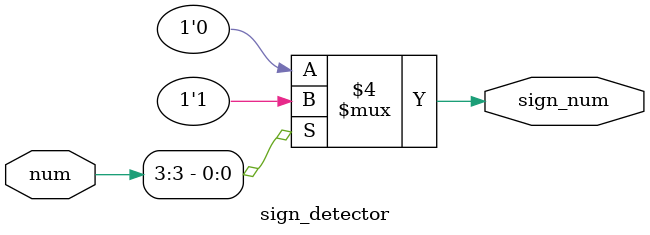
<source format=v>
module sign_detector(sign_num, num);
output reg sign_num;
input [3:0] num;

always @(num) begin
if (num[3] == 1'b1) begin 
    sign_num = 1'b1;
end
else begin
    sign_num = 1'b0;
end
end

endmodule
</source>
